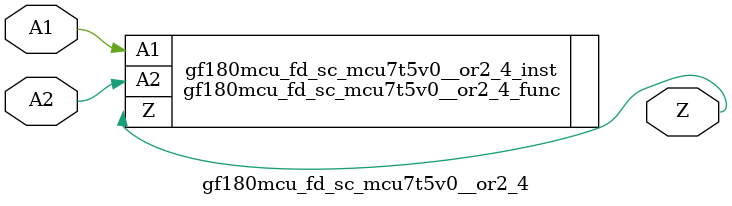
<source format=v>

module gf180mcu_fd_sc_mcu7t5v0__or2_4( A2, A1, Z );
input A1, A2;
output Z;

   `ifdef FUNCTIONAL  //  functional //

	gf180mcu_fd_sc_mcu7t5v0__or2_4_func gf180mcu_fd_sc_mcu7t5v0__or2_4_behav_inst(.A2(A2),.A1(A1),.Z(Z));

   `else

	gf180mcu_fd_sc_mcu7t5v0__or2_4_func gf180mcu_fd_sc_mcu7t5v0__or2_4_inst(.A2(A2),.A1(A1),.Z(Z));

	// spec_gates_begin


	// spec_gates_end



   specify

	// specify_block_begin

	// comb arc A1 --> Z
	 (A1 => Z) = (1.0,1.0);

	// comb arc A2 --> Z
	 (A2 => Z) = (1.0,1.0);

	// specify_block_end

   endspecify

   `endif

endmodule

</source>
